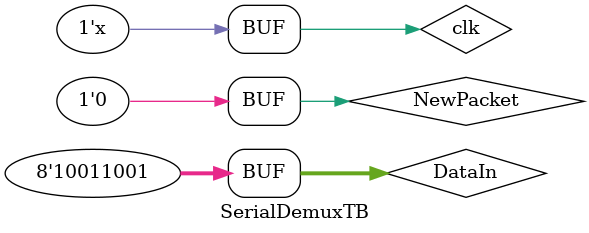
<source format=v>
module SerialDemuxTB();

// Inputs
reg [7:0] DataIn;
reg NewPacket;
reg clk;

// Outputs
wire [7:0] DataOut0, DataOut1, DataOut2, DataOut3, 
	   DataOut4, DataOut5, DataOut6, DataOut7;

// Initialize Unit Under Test
SerialDemux uut (
	.DataIn(DataIn), .NewPacket(NewPacket), .clk(clk),
	.DataOut0(DataOut0), .DataOut1(DataOut1), .DataOut2(DataOut2),
	.DataOut3(DataOut3), .DataOut4(DataOut4), .DataOut5(DataOut5),
	.DataOut6(DataOut6), .DataOut7(DataOut7)
);

initial begin
	DataIn = 0;
	NewPacket = 0;
	clk = 0;

	#13; DataIn = {4'd7, 4'd3};
	NewPacket = 1;
	#10; DataIn = {4'd1, 4'd1};
	NewPacket = 0;
	#10; DataIn = {4'd2, 4'd2};
	NewPacket = 0;
	#10; DataIn = {4'd3, 4'd3};
	NewPacket = 0;
	#10; DataIn = {4'd4, 4'd4};
	NewPacket = 0;
	#10; DataIn = {4'd0, 4'd0};
	NewPacket = 0;
	#10; DataIn = {4'd0, 4'd2};
	NewPacket = 1;
	#10; DataIn = {4'd8, 4'd8};
	NewPacket = 0;
	#10; DataIn = {4'd9, 4'd9};
	NewPacket = 0;
end

always begin
	#5 clk = ~clk;
end

endmodule
</source>
